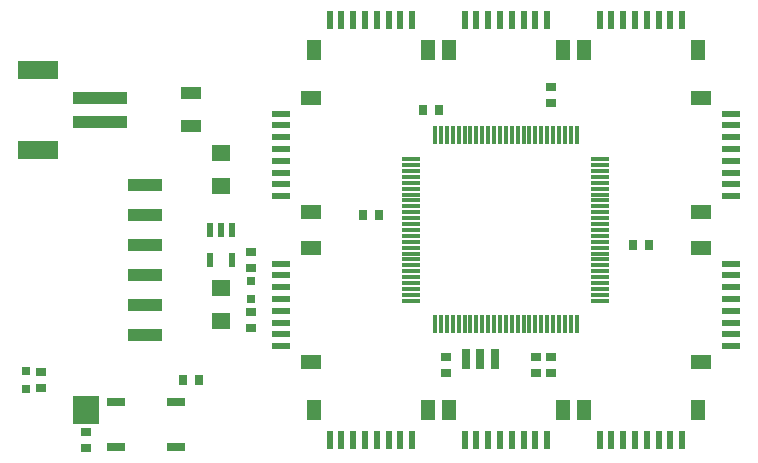
<source format=gbr>
G04 EAGLE Gerber RS-274X export*
G75*
%MOMM*%
%FSLAX34Y34*%
%LPD*%
%INSolderpaste Top*%
%IPPOS*%
%AMOC8*
5,1,8,0,0,1.08239X$1,22.5*%
G01*
%ADD10R,1.500000X0.300000*%
%ADD11R,0.300000X1.500000*%
%ADD12R,0.700000X1.700000*%
%ADD13R,0.800000X0.800000*%
%ADD14R,0.900000X0.700000*%
%ADD15R,1.524000X0.762000*%
%ADD16R,0.700000X0.900000*%
%ADD17R,1.600000X1.400000*%
%ADD18R,0.600000X1.550000*%
%ADD19R,1.200000X1.800000*%
%ADD20R,1.550000X0.600000*%
%ADD21R,1.800000X1.200000*%
%ADD22R,1.270000X0.635000*%
%ADD23R,2.286000X2.438400*%
%ADD24R,0.550000X1.200000*%
%ADD25R,1.800000X1.000000*%
%ADD26R,4.600000X1.000000*%
%ADD27R,3.400000X1.600000*%
%ADD28R,3.000000X1.000000*%


D10*
X339100Y263200D03*
X339100Y258200D03*
X339100Y253200D03*
X339100Y248200D03*
X339100Y243200D03*
X339100Y238200D03*
X339100Y233200D03*
X339100Y228200D03*
X339100Y223200D03*
X339100Y218200D03*
X339100Y213200D03*
X339100Y208200D03*
X339100Y203200D03*
X339100Y198200D03*
X339100Y193200D03*
X339100Y188200D03*
X339100Y183200D03*
X339100Y178200D03*
X339100Y173200D03*
X339100Y168200D03*
X339100Y163200D03*
X339100Y158200D03*
X339100Y153200D03*
X339100Y148200D03*
X339100Y143200D03*
D11*
X359100Y123200D03*
X364100Y123200D03*
X369100Y123200D03*
X374100Y123200D03*
X379100Y123200D03*
X384100Y123200D03*
X389100Y123200D03*
X394100Y123200D03*
X399100Y123200D03*
X404100Y123200D03*
X409100Y123200D03*
X414100Y123200D03*
X419100Y123200D03*
X424100Y123200D03*
X429100Y123200D03*
X434100Y123200D03*
X439100Y123200D03*
X444100Y123200D03*
X449100Y123200D03*
X454100Y123200D03*
X459100Y123200D03*
X464100Y123200D03*
X469100Y123200D03*
X474100Y123200D03*
X479100Y123200D03*
D10*
X499100Y143200D03*
X499100Y148200D03*
X499100Y153200D03*
X499100Y158200D03*
X499100Y163200D03*
X499100Y168200D03*
X499100Y173200D03*
X499100Y178200D03*
X499100Y183200D03*
X499100Y188200D03*
X499100Y193200D03*
X499100Y198200D03*
X499100Y203200D03*
X499100Y208200D03*
X499100Y213200D03*
X499100Y218200D03*
X499100Y223200D03*
X499100Y228200D03*
X499100Y233200D03*
X499100Y238200D03*
X499100Y243200D03*
X499100Y248200D03*
X499100Y253200D03*
X499100Y258200D03*
X499100Y263200D03*
D11*
X479100Y283200D03*
X474100Y283200D03*
X469100Y283200D03*
X464100Y283200D03*
X459100Y283200D03*
X454100Y283200D03*
X449100Y283200D03*
X444100Y283200D03*
X439100Y283200D03*
X434100Y283200D03*
X429100Y283200D03*
X424100Y283200D03*
X419100Y283200D03*
X414100Y283200D03*
X409100Y283200D03*
X404100Y283200D03*
X399100Y283200D03*
X394100Y283200D03*
X389100Y283200D03*
X384100Y283200D03*
X379100Y283200D03*
X374100Y283200D03*
X369100Y283200D03*
X364100Y283200D03*
X359100Y283200D03*
D12*
X385510Y93980D03*
X397510Y93980D03*
X409510Y93980D03*
D13*
X203200Y159900D03*
X203200Y144900D03*
D14*
X203200Y120500D03*
X203200Y133500D03*
X457200Y95400D03*
X457200Y82400D03*
X444500Y95400D03*
X444500Y82400D03*
D15*
X88900Y57150D03*
X139700Y57150D03*
X88900Y19050D03*
X139700Y19050D03*
D16*
X362100Y304800D03*
X349100Y304800D03*
D14*
X457200Y311000D03*
X457200Y324000D03*
D16*
X526900Y190500D03*
X539900Y190500D03*
D14*
X203200Y184300D03*
X203200Y171300D03*
D16*
X145900Y76200D03*
X158900Y76200D03*
D17*
X177800Y240000D03*
X177800Y268000D03*
X177800Y125700D03*
X177800Y153700D03*
D18*
X339800Y381000D03*
X329800Y381000D03*
X319800Y381000D03*
X309800Y381000D03*
X299800Y381000D03*
X289800Y381000D03*
X279800Y381000D03*
X269800Y381000D03*
D19*
X256800Y355750D03*
X352800Y355750D03*
D18*
X269800Y25400D03*
X279800Y25400D03*
X289800Y25400D03*
X299800Y25400D03*
X309800Y25400D03*
X319800Y25400D03*
X329800Y25400D03*
X339800Y25400D03*
D19*
X352800Y50650D03*
X256800Y50650D03*
D20*
X228600Y174700D03*
X228600Y164700D03*
X228600Y154700D03*
X228600Y144700D03*
X228600Y134700D03*
X228600Y124700D03*
X228600Y114700D03*
X228600Y104700D03*
D21*
X253850Y91700D03*
X253850Y187700D03*
D20*
X609600Y231700D03*
X609600Y241700D03*
X609600Y251700D03*
X609600Y261700D03*
X609600Y271700D03*
X609600Y281700D03*
X609600Y291700D03*
X609600Y301700D03*
D21*
X584350Y314700D03*
X584350Y218700D03*
D18*
X568400Y381000D03*
X558400Y381000D03*
X548400Y381000D03*
X538400Y381000D03*
X528400Y381000D03*
X518400Y381000D03*
X508400Y381000D03*
X498400Y381000D03*
D19*
X485400Y355750D03*
X581400Y355750D03*
D13*
X12700Y68700D03*
X12700Y83700D03*
D14*
X25400Y69700D03*
X25400Y82700D03*
D18*
X454100Y381000D03*
X444100Y381000D03*
X434100Y381000D03*
X424100Y381000D03*
X414100Y381000D03*
X404100Y381000D03*
X394100Y381000D03*
X384100Y381000D03*
D19*
X371100Y355750D03*
X467100Y355750D03*
D16*
X311300Y215900D03*
X298300Y215900D03*
D14*
X368300Y95400D03*
X368300Y82400D03*
D20*
X228600Y301700D03*
X228600Y291700D03*
X228600Y281700D03*
X228600Y271700D03*
X228600Y261700D03*
X228600Y251700D03*
X228600Y241700D03*
X228600Y231700D03*
D21*
X253850Y218700D03*
X253850Y314700D03*
D18*
X384100Y25400D03*
X394100Y25400D03*
X404100Y25400D03*
X414100Y25400D03*
X424100Y25400D03*
X434100Y25400D03*
X444100Y25400D03*
X454100Y25400D03*
D19*
X467100Y50650D03*
X371100Y50650D03*
D18*
X498400Y25400D03*
X508400Y25400D03*
X518400Y25400D03*
X528400Y25400D03*
X538400Y25400D03*
X548400Y25400D03*
X558400Y25400D03*
X568400Y25400D03*
D19*
X581400Y50650D03*
X485400Y50650D03*
D14*
X63500Y31900D03*
X63500Y18900D03*
D22*
X63500Y46681D03*
X63500Y54919D03*
D23*
X63500Y50800D03*
D20*
X609600Y104700D03*
X609600Y114700D03*
X609600Y124700D03*
X609600Y134700D03*
X609600Y144700D03*
X609600Y154700D03*
X609600Y164700D03*
X609600Y174700D03*
D21*
X584350Y187700D03*
X584350Y91700D03*
D24*
X187300Y203501D03*
X177800Y203501D03*
X168300Y203501D03*
X168300Y177499D03*
X187300Y177499D03*
D25*
X152400Y318800D03*
X152400Y290800D03*
D26*
X75100Y294800D03*
X75100Y314800D03*
D27*
X23100Y270800D03*
X23100Y338800D03*
D28*
X113500Y165100D03*
X113500Y139700D03*
X113500Y114300D03*
X113500Y190500D03*
X113500Y215900D03*
X113500Y241300D03*
M02*

</source>
